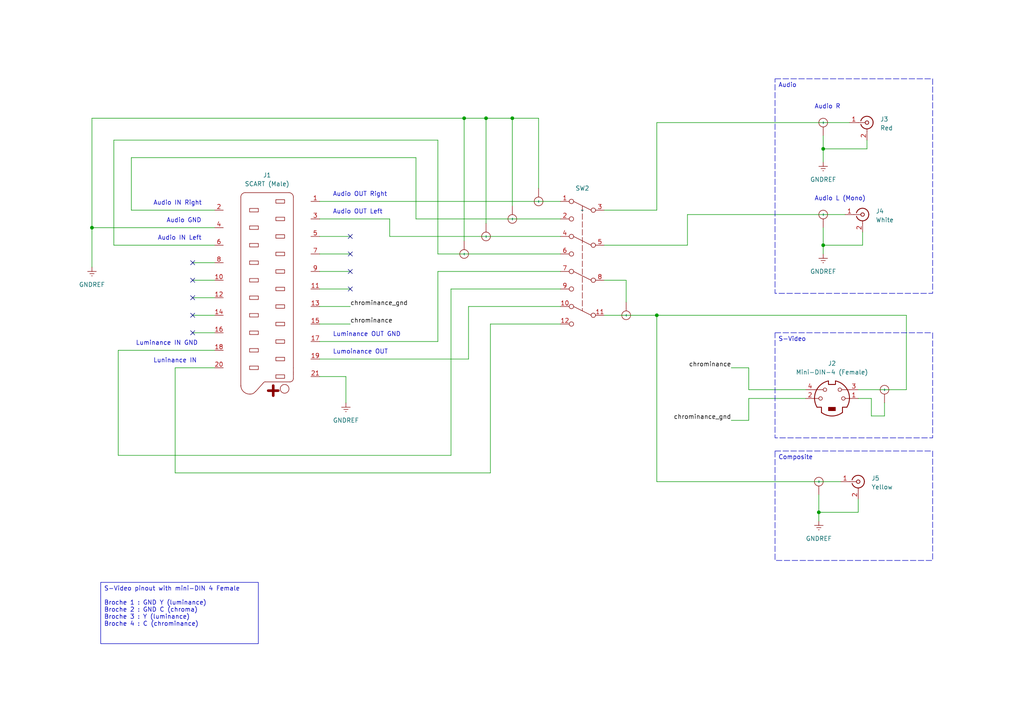
<source format=kicad_sch>
(kicad_sch (version 20231120) (generator "eeschema") (generator_version "8.0")
  (paper "A4")
  (title_block (title "SCART to S-Video adapter") (date "2023-12-18") (rev "1.0") (company "Cool Inc."))
  (lib_symbols
    (symbol "Connector:Conn_Coaxial" (pin_names (offset 1.016) hide)
      (property "Reference" "J" (at 0.254 3.048 0))
      (property "Value" "Conn_Coaxial" (at 2.921 0 90))
      (symbol "Conn_Coaxial_0_1"
        (arc (start -1.778 -0.508) (mid 0.2311 -1.8066) (end 1.778 0) (stroke (width 0.254)))
        (polyline (pts (xy -2.54 0) (xy -0.508 0)))
        (polyline (pts (xy 0 -2.54) (xy 0 -1.778)))
        (circle (center 0 0) (radius 0.508) (stroke (width 0.2032)))
        (arc (start 1.778 0) (mid 0.2099 1.8101) (end -1.778 0.508) (stroke (width 0.254)))
      )
      (symbol "Conn_Coaxial_1_1"
        (pin passive line (at -5.08 0 0) (length 2.54) (name "In") (number "1"))
        (pin passive line (at 0 -5.08 90) (length 2.54) (name "Ext") (number "2"))
      )
    )
    (symbol "Connector:Mini-DIN-4" (pin_names (offset 1.016))
      (property "Reference" "J" (at 0 6.35 0))
      (property "Value" "Mini-DIN-4" (at 0 -6.35 0))
      (symbol "Mini-DIN-4_0_1"
        (circle (center -3.302 0) (radius 0.508))
        (arc (start -3.048 -4.064) (mid 0 -5.08) (end 3.048 -4.064) (stroke (width 0.254)))
        (circle (center -2.032 2.54) (radius 0.508))
        (rectangle (start -1.016 -2.54) (end 1.016 -3.556) (fill (type outline)))
        (arc (start -1.016 5.08) (mid -4.6228 2.1214) (end -4.318 -2.54) (stroke (width 0.254)))
        (polyline (pts (xy -3.81 0) (xy -5.08 0)))
        (polyline (pts (xy -2.54 2.54) (xy -5.08 2.54)))
        (polyline (pts (xy 2.794 2.54) (xy 5.08 2.54)))
        (polyline (pts (xy 5.08 0) (xy 3.81 0)))
        (polyline (pts (xy -4.318 -2.54) (xy -3.048 -2.54) (xy -3.048 -4.064)) (stroke (width 0.254)))
        (polyline (pts (xy 4.318 -2.54) (xy 3.048 -2.54) (xy 3.048 -4.064)) (stroke (width 0.254)))
        (polyline (pts (xy -1.016 5.08) (xy -1.016 4.064) (xy 1.016 4.064) (xy 1.016 5.08)) (stroke (width 0.254)))
        (circle (center 2.286 2.54) (radius 0.508))
        (circle (center 3.302 0) (radius 0.508))
        (arc (start 4.318 -2.54) (mid 4.6661 2.1322) (end 1.016 5.08) (stroke (width 0.254)))
      )
      (symbol "Mini-DIN-4_1_1"
        (pin passive line (at 7.62 0 180) (length 2.54) (name "~") (number "1"))
        (pin passive line (at -7.62 0 0) (length 2.54) (name "~") (number "2"))
        (pin passive line (at 7.62 2.54 180) (length 2.54) (name "~") (number "3"))
        (pin passive line (at -7.62 2.54 0) (length 2.54) (name "~") (number "4"))
      )
    )
    (symbol "Connector:SCART-F" (pin_names (offset 0.762) hide)
      (property "Reference" "J" (at 0 31.75 0))
      (property "Value" "SCART-F" (at 1.016 -29.21 0))
      (symbol "SCART-F_0_1"
        (arc (start -7.62 -26.67) (mid -7.248 -27.568) (end -6.35 -27.94))
        (arc (start -6.604 26.9494) (mid -7.3224 26.6518) (end -7.62 25.9334))
        (rectangle (start -5.08 -24.892) (end -2.54 -25.908))
        (rectangle (start -5.08 -19.812) (end -2.54 -20.828))
        (rectangle (start -5.08 -14.732) (end -2.54 -15.748))
        (rectangle (start -5.08 -9.652) (end -2.54 -10.668))
        (rectangle (start -5.08 -4.572) (end -2.54 -5.588))
        (rectangle (start -5.08 0.508) (end -2.54 -0.508))
        (rectangle (start -5.08 5.588) (end -2.54 4.572))
        (rectangle (start -5.08 10.668) (end -2.54 9.652))
        (rectangle (start -5.08 15.748) (end -2.54 14.732))
        (rectangle (start -5.08 20.828) (end -2.54 19.812))
        (rectangle (start -5.08 25.908) (end -2.54 24.892))
        (circle (center -5.08 28.956) (radius 1.27))
        (polyline (pts (xy -7.62 22.86) (xy -7.62 -26.67)))
        (polyline (pts (xy -7.62 22.86) (xy -7.62 24.13)))
        (polyline (pts (xy -7.62 24.6634) (xy -7.62 24.13)))
        (polyline (pts (xy -7.62 24.6634) (xy -7.62 25.9334)))
        (polyline (pts (xy -6.604 26.9494) (xy 0.508 26.9494)))
        (polyline (pts (xy -6.35 -27.94) (xy 6.35 -27.94)))
        (polyline (pts (xy 3.302 29.718) (xy 1.27 27.432)))
        (polyline (pts (xy 4.826 30.48) (xy 5.08 30.48)))
        (polyline (pts (xy 7.62 -26.67) (xy 7.62 28.2194)))
        (arc (start 0.508 26.924) (mid 0.9569 27.0702) (end 1.2192 27.4574))
        (rectangle (start 2.54 -22.352) (end 5.08 -23.368))
        (rectangle (start 2.54 -17.272) (end 5.08 -18.288))
        (rectangle (start 2.54 -12.192) (end 5.08 -13.208))
        (rectangle (start 2.54 -7.112) (end 5.08 -8.128))
        (rectangle (start 2.54 -2.032) (end 5.08 -3.048))
        (rectangle (start 2.54 3.048) (end 5.08 2.032))
        (rectangle (start 2.54 8.128) (end 5.08 7.112))
        (rectangle (start 2.54 13.208) (end 5.08 12.192))
        (rectangle (start 2.54 18.288) (end 5.08 17.272))
        (rectangle (start 2.54 23.368) (end 5.08 22.352))
        (arc (start 4.826 30.48) (mid 3.999 30.2726) (end 3.3782 29.6926))
        (arc (start 6.35 -27.94) (mid 7.248 -27.568) (end 7.62 -26.67))
        (arc (start 7.62 27.94) (mid 6.8761 29.7361) (end 5.08 30.48))
        (text "+" (at -1.778 29.21 0) (effects (font (size 3.81 3.81) (bold yes))))
      )
      (symbol "SCART-F_1_1"
        (pin passive line (at -15.24 -25.4 0) (length 2.54) (name "P1") (number "1"))
        (pin passive line (at 15.24 -2.54 180) (length 2.54) (name "P10") (number "10"))
        (pin passive line (at -15.24 0 0) (length 2.54) (name "P11") (number "11"))
        (pin passive line (at 15.24 2.54 180) (length 2.54) (name "P12") (number "12"))
        (pin passive line (at -15.24 5.08 0) (length 2.54) (name "P13") (number "13"))
        (pin passive line (at 15.24 7.62 180) (length 2.54) (name "P14") (number "14"))
        (pin passive line (at -15.24 10.16 0) (length 2.54) (name "P15") (number "15"))
        (pin passive line (at 15.24 12.7 180) (length 2.54) (name "P16") (number "16"))
        (pin passive line (at -15.24 15.24 0) (length 2.54) (name "P17") (number "17"))
        (pin passive line (at 15.24 17.78 180) (length 2.54) (name "P18") (number "18"))
        (pin passive line (at -15.24 20.32 0) (length 2.54) (name "P19") (number "19"))
        (pin passive line (at 15.24 -22.86 180) (length 2.54) (name "P2") (number "2"))
        (pin passive line (at 15.24 22.86 180) (length 2.54) (name "P20") (number "20"))
        (pin passive line (at -15.24 25.4 0) (length 2.54) (name "P21") (number "21"))
        (pin passive line (at -15.24 -20.32 0) (length 2.54) (name "P3") (number "3"))
        (pin passive line (at 15.24 -17.78 180) (length 2.54) (name "P4") (number "4"))
        (pin passive line (at -15.24 -15.24 0) (length 2.54) (name "P5") (number "5"))
        (pin passive line (at 15.24 -12.7 180) (length 2.54) (name "P6") (number "6"))
        (pin passive line (at -15.24 -10.16 0) (length 2.54) (name "P7") (number "7"))
        (pin passive line (at 15.24 -7.62 180) (length 2.54) (name "P8") (number "8"))
        (pin passive line (at -15.24 -5.08 0) (length 2.54) (name "P9") (number "9"))
      )
    )
    (symbol "power:GNDREF" (power) (pin_names (offset 0))
      (property "Value" "GNDREF" (at 0 -3.81 0))
      (symbol "GNDREF_0_1"
        (polyline (pts (xy -0.635 -1.905) (xy 0.635 -1.905)))
        (polyline (pts (xy -0.127 -2.54) (xy 0.127 -2.54)))
        (polyline (pts (xy 0 -1.27) (xy 0 0)))
        (polyline (pts (xy 1.27 -1.27) (xy -1.27 -1.27)))
      )
      (symbol "GNDREF_1_1"
        (pin power_in line (at 0 0 270) (length 0) hide (name "GNDREF") (number "1"))
      )
    )
    (symbol "scart:SWITCH" (pin_names hide)
      (symbol "SWITCH_0_1"
        (circle (center -3.175 -33.02) (radius 0.635))
        (circle (center -3.175 -27.94) (radius 0.635))
        (circle (center -3.175 -22.86) (radius 0.635))
        (circle (center -3.175 -17.78) (radius 0.635))
        (circle (center -3.175 -12.7) (radius 0.635))
        (circle (center -3.175 -7.62) (radius 0.635))
        (circle (center -3.175 -2.54) (radius 0.635))
        (circle (center -3.175 2.54) (radius 0.635))
        (polyline (pts (xy -2.54 -27.94) (xy 2.54 -30.48)))
        (polyline (pts (xy -2.54 -17.78) (xy 2.54 -20.32)))
        (polyline (pts (xy -2.54 -7.62) (xy 2.54 -10.16)))
        (polyline (pts (xy -2.54 2.54) (xy 2.54 0)))
        (circle (center 3.175 -30.48) (radius 0.635))
        (circle (center 3.175 -20.32) (radius 0.635))
        (circle (center 3.175 -10.16) (radius 0.635))
        (circle (center 3.175 0) (radius 0.635))
      )
      (symbol "SWITCH_1_1"
        (polyline (pts (xy 0 1.27) (xy 0 -29.21)) (stroke (width 0) (type dash)))
        (pin passive line (at -6.35 2.54 0) (length 2.54) (name "A.1") (number "1"))
        (pin passive line (at -6.35 -27.94 0) (length 2.54) (name "D.1") (number "10"))
        (pin passive line (at 6.35 -30.48 180) (length 2.54) (name "D") (number "11"))
        (pin passive line (at -6.35 -33.02 0) (length 2.54) (name "D.2") (number "12"))
        (pin passive line (at -6.35 -2.54 0) (length 2.54) (name "A.2") (number "2"))
        (pin passive line (at 6.35 0 180) (length 2.54) (name "A") (number "3"))
        (pin passive line (at -6.35 -7.62 0) (length 2.54) (name "B.1") (number "4"))
        (pin passive line (at 6.35 -10.16 180) (length 2.54) (name "B") (number "5"))
        (pin passive line (at -6.35 -12.7 0) (length 2.54) (name "B.2") (number "6"))
        (pin passive line (at -6.35 -17.78 0) (length 2.54) (name "C.1") (number "7"))
        (pin passive line (at 6.35 -20.32 180) (length 2.54) (name "C") (number "8"))
        (pin passive line (at -6.35 -22.86 0) (length 2.54) (name "C.2") (number "9"))
      )
    )
    (symbol "scart:Shield" (pin_numbers hide) (pin_names (offset 0) hide) (in_bom no) (on_board no)
      (property "Reference" "S" (at 0 0 0))
      (symbol "Shield_0_1"
        (circle (center 0 0) (radius 1.27))
      )
      (symbol "Shield_1_1"
        (pin input line (at -3.81 0 0) (length 2.54) (name "S") (number ""))
      )
    )
  )
  (junction (at 148.59 34.29))
  (junction (at 237.49 148.59))
  (junction (at 238.76 43.18))
  (junction (at 26.67 66.04))
  (junction (at 134.62 34.29))
  (junction (at 140.97 34.29))
  (junction (at 190.5 91.44))
  (junction (at 238.76 71.12))
  (no_connect (at 55.88 86.36))
  (no_connect (at 101.6 83.82))
  (no_connect (at 101.6 73.66))
  (no_connect (at 101.6 78.74))
  (no_connect (at 55.88 76.2))
  (no_connect (at 55.88 96.52))
  (no_connect (at 55.88 81.28))
  (no_connect (at 55.88 91.44))
  (no_connect (at 101.6 68.58))
  (wire (pts (xy 92.71 78.74) (xy 101.6 78.74)))
  (wire (pts (xy 237.49 143.51) (xy 237.49 148.59)))
  (wire (pts (xy 92.71 99.06) (xy 127 99.06)))
  (wire (pts (xy 175.26 91.44) (xy 190.5 91.44)))
  (wire (pts (xy 212.09 106.68) (xy 217.17 106.68)))
  (wire (pts (xy 199.39 62.23) (xy 245.11 62.23)))
  (wire (pts (xy 217.17 115.57) (xy 233.68 115.57)))
  (wire (pts (xy 113.03 63.5) (xy 113.03 68.58)))
  (wire (pts (xy 175.26 60.96) (xy 190.5 60.96)))
  (wire (pts (xy 127 73.66) (xy 162.56 73.66)))
  (wire (pts (xy 175.26 81.28) (xy 181.61 81.28)))
  (wire (pts (xy 130.81 83.82) (xy 162.56 83.82)))
  (wire (pts (xy 190.5 91.44) (xy 262.89 91.44)))
  (wire (pts (xy 190.5 91.44) (xy 190.5 139.7)))
  (wire (pts (xy 55.88 81.28) (xy 62.23 81.28)))
  (wire (pts (xy 50.8 106.68) (xy 62.23 106.68)))
  (wire (pts (xy 55.88 76.2) (xy 62.23 76.2)))
  (wire (pts (xy 34.29 101.6) (xy 34.29 132.08)))
  (wire (pts (xy 217.17 106.68) (xy 217.17 113.03)))
  (wire (pts (xy 190.5 60.96) (xy 190.5 35.56)))
  (wire (pts (xy 251.46 43.18) (xy 251.46 40.64)))
  (wire (pts (xy 55.88 86.36) (xy 62.23 86.36)))
  (wire (pts (xy 55.88 91.44) (xy 62.23 91.44)))
  (wire (pts (xy 26.67 66.04) (xy 26.67 77.47)))
  (wire (pts (xy 26.67 34.29) (xy 134.62 34.29)))
  (wire (pts (xy 92.71 109.22) (xy 100.33 109.22)))
  (wire (pts (xy 140.97 34.29) (xy 140.97 64.77)))
  (wire (pts (xy 134.62 34.29) (xy 140.97 34.29)))
  (wire (pts (xy 34.29 132.08) (xy 130.81 132.08)))
  (wire (pts (xy 100.33 109.22) (xy 100.33 116.84)))
  (wire (pts (xy 148.59 34.29) (xy 156.21 34.29)))
  (wire (pts (xy 92.71 93.98) (xy 101.6 93.98)))
  (wire (pts (xy 148.59 34.29) (xy 148.59 59.69)))
  (wire (pts (xy 92.71 88.9) (xy 101.6 88.9)))
  (wire (pts (xy 142.24 137.16) (xy 142.24 93.98)))
  (wire (pts (xy 156.21 34.29) (xy 156.21 54.61)))
  (wire (pts (xy 120.65 63.5) (xy 162.56 63.5)))
  (wire (pts (xy 50.8 106.68) (xy 50.8 137.16)))
  (wire (pts (xy 38.1 60.96) (xy 38.1 45.72)))
  (wire (pts (xy 92.71 73.66) (xy 101.6 73.66)))
  (wire (pts (xy 92.71 68.58) (xy 101.6 68.58)))
  (wire (pts (xy 33.02 71.12) (xy 33.02 40.64)))
  (wire (pts (xy 142.24 93.98) (xy 162.56 93.98)))
  (wire (pts (xy 238.76 43.18) (xy 251.46 43.18)))
  (wire (pts (xy 50.8 137.16) (xy 142.24 137.16)))
  (wire (pts (xy 238.76 39.37) (xy 238.76 43.18)))
  (wire (pts (xy 127 40.64) (xy 127 73.66)))
  (wire (pts (xy 38.1 45.72) (xy 120.65 45.72)))
  (wire (pts (xy 34.29 101.6) (xy 62.23 101.6)))
  (wire (pts (xy 92.71 83.82) (xy 101.6 83.82)))
  (wire (pts (xy 135.89 88.9) (xy 162.56 88.9)))
  (wire (pts (xy 175.26 71.12) (xy 199.39 71.12)))
  (wire (pts (xy 135.89 104.14) (xy 135.89 88.9)))
  (wire (pts (xy 238.76 66.04) (xy 238.76 71.12)))
  (wire (pts (xy 190.5 139.7) (xy 243.84 139.7)))
  (wire (pts (xy 113.03 68.58) (xy 162.56 68.58)))
  (wire (pts (xy 92.71 104.14) (xy 135.89 104.14)))
  (wire (pts (xy 127 99.06) (xy 127 78.74)))
  (wire (pts (xy 238.76 43.18) (xy 238.76 46.99)))
  (wire (pts (xy 262.89 113.03) (xy 262.89 91.44)))
  (wire (pts (xy 238.76 71.12) (xy 238.76 73.66)))
  (wire (pts (xy 33.02 71.12) (xy 62.23 71.12)))
  (wire (pts (xy 252.73 115.57) (xy 252.73 120.65)))
  (wire (pts (xy 134.62 34.29) (xy 134.62 69.85)))
  (wire (pts (xy 256.54 120.65) (xy 256.54 116.84)))
  (wire (pts (xy 33.02 40.64) (xy 127 40.64)))
  (wire (pts (xy 130.81 132.08) (xy 130.81 83.82)))
  (wire (pts (xy 248.92 144.78) (xy 248.92 148.59)))
  (wire (pts (xy 181.61 81.28) (xy 181.61 87.63)))
  (wire (pts (xy 212.09 121.92) (xy 217.17 121.92)))
  (wire (pts (xy 248.92 113.03) (xy 262.89 113.03)))
  (wire (pts (xy 248.92 148.59) (xy 237.49 148.59)))
  (wire (pts (xy 199.39 71.12) (xy 199.39 62.23)))
  (wire (pts (xy 237.49 148.59) (xy 237.49 151.13)))
  (wire (pts (xy 38.1 60.96) (xy 62.23 60.96)))
  (wire (pts (xy 248.92 115.57) (xy 252.73 115.57)))
  (wire (pts (xy 250.19 67.31) (xy 250.19 71.12)))
  (wire (pts (xy 217.17 113.03) (xy 233.68 113.03)))
  (wire (pts (xy 92.71 63.5) (xy 113.03 63.5)))
  (wire (pts (xy 217.17 121.92) (xy 217.17 115.57)))
  (wire (pts (xy 252.73 120.65) (xy 256.54 120.65)))
  (wire (pts (xy 190.5 35.56) (xy 246.38 35.56)))
  (wire (pts (xy 140.97 34.29) (xy 148.59 34.29)))
  (wire (pts (xy 120.65 45.72) (xy 120.65 63.5)))
  (wire (pts (xy 26.67 66.04) (xy 26.67 34.29)))
  (wire (pts (xy 26.67 66.04) (xy 62.23 66.04)))
  (wire (pts (xy 250.19 71.12) (xy 238.76 71.12)))
  (wire (pts (xy 127 78.74) (xy 162.56 78.74)))
  (wire (pts (xy 55.88 96.52) (xy 62.23 96.52)))
  (wire (pts (xy 92.71 58.42) (xy 162.56 58.42)))
  (text_box "Composite" (at 224.79 130.81 0) (size 45.72 31.75) (stroke (width 0) (type dash)) (effects (font (size 1.27 1.27)) (justify left top)))
  (text_box "S-Video pinout with mini-DIN 4 Female\n\nBroche 1 : GND Y (luminance)\nBroche 2 : GND C (chroma)\nBroche 3 : Y (luminance)\nBroche 4 : C (chrominance)" (at 29.21 168.91 0) (size 45.72 17.78) (effects (font (size 1.27 1.27)) (justify left top)))
  (text_box "S-Video" (at 224.79 96.52 0) (size 45.72 30.48) (stroke (width 0) (type dash)) (effects (font (size 1.27 1.27)) (justify left top)))
  (text_box "Audio" (at 224.79 22.86 0) (size 45.72 62.23) (stroke (width 0) (type dash)) (effects (font (size 1.27 1.27)) (justify left top)))
  (text "Audio GND" (at 48.26 64.77 0) (effects (font (size 1.27 1.27)) (justify left bottom)))
  (text "Luminance IN GND" (at 39.37 100.33 0) (effects (font (size 1.27 1.27)) (justify left bottom)))
  (text "Audio IN Right" (at 44.45 59.69 0) (effects (font (size 1.27 1.27)) (justify left bottom)))
  (text "Luminance OUT GND" (at 96.52 97.79 0) (effects (font (size 1.27 1.27)) (justify left bottom)))
  (text "Luninance IN" (at 44.45 105.41 0) (effects (font (size 1.27 1.27)) (justify left bottom)))
  (text "Audio OUT Left" (at 96.52 62.23 0) (effects (font (size 1.27 1.27)) (justify left bottom)))
  (text "Lumoinance OUT" (at 96.52 102.87 0) (effects (font (size 1.27 1.27)) (justify left bottom)))
  (text "Audio R" (at 236.22 31.75 0) (effects (font (size 1.27 1.27)) (justify left bottom)))
  (text "Audio IN Left" (at 45.72 69.85 0) (effects (font (size 1.27 1.27)) (justify left bottom)))
  (text "Audio L (Mono)" (at 236.22 58.42 0) (effects (font (size 1.27 1.27)) (justify left bottom)))
  (text "Audio OUT Right" (at 96.52 57.15 0) (effects (font (size 1.27 1.27)) (justify left bottom)))
  (label "chrominance" (at 212.09 106.68 180))
  (label "chrominance_gnd" (at 212.09 121.92 180))
  (label "chrominance_gnd" (at 101.6 88.9 0))
  (label "chrominance" (at 101.6 93.98 0))
  (symbol (lib_id "Connector:Mini-DIN-4") (at 241.3 115.57 0) (unit 1)
    (property "Reference" "J2" (at 241.3177 105.41 0))
    (property "Value" "Mini-DIN-4 (Female)" (at 241.3177 107.95 0))
    (property "Datasheet" "http://service.powerdynamics.com/ec/Catalog17/Section%2011.pdf" (effects (hide yes)))
  )
  (symbol (lib_id "scart:Shield") (at 256.54 113.03 90) (unit 1) (in_bom no) (on_board no)
    (property "Reference" "S9" (effects (hide yes)))
    (property "Value" "~" (at 256.54 113.03 0))
  )
  (symbol (lib_id "scart:Shield") (at 156.21 58.42 270) (unit 1) (in_bom no) (on_board no)
    (property "Reference" "S4" (effects (hide yes)))
    (property "Value" "~" (at 156.21 58.42 0))
  )
  (symbol (lib_id "Connector:Conn_Coaxial") (at 248.92 139.7 0) (unit 1)
    (property "Reference" "J5" (at 252.73 138.7232 0) (effects (justify left)))
    (property "Value" "Yellow" (at 252.73 141.2632 0) (effects (justify left)))
    (property "Datasheet" " ~" (effects (hide yes)))
  )
  (symbol (lib_id "power:GNDREF") (at 26.67 77.47 0) (unit 1)
    (property "Reference" "#PWR05" (effects (hide yes)))
    (property "Value" "GNDREF" (at 26.67 82.55 0))
  )
  (symbol (lib_id "scart:Shield") (at 238.76 35.56 90) (unit 1) (in_bom no) (on_board no)
    (property "Reference" "S1" (effects (hide yes)))
    (property "Value" "~" (at 238.76 35.56 0))
  )
  (symbol (lib_id "scart:Shield") (at 181.61 91.44 270) (unit 1) (in_bom no) (on_board no)
    (property "Reference" "S8" (effects (hide yes)))
    (property "Value" "~" (at 181.61 91.44 0))
  )
  (symbol (lib_id "Connector:SCART-F") (at 77.47 83.82 180) (unit 1)
    (property "Reference" "J1" (at 77.47 50.8 0))
    (property "Value" "SCART (Male)" (at 77.47 53.34 0))
    (property "Datasheet" " ~" (effects (hide yes)))
  )
  (symbol (lib_id "scart:Shield") (at 148.59 63.5 270) (unit 1) (in_bom no) (on_board no)
    (property "Reference" "S5" (effects (hide yes)))
    (property "Value" "~" (at 148.59 63.5 0))
  )
  (symbol (lib_id "scart:SWITCH") (at 168.91 60.96 0) (unit 1)
    (property "Reference" "SW2" (at 168.91 54.61 0))
    (property "Value" "~" (at 168.91 60.96 0))
  )
  (symbol (lib_id "Connector:Conn_Coaxial") (at 251.46 35.56 0) (unit 1)
    (property "Reference" "J3" (at 255.27 34.5832 0) (effects (justify left)))
    (property "Value" "Red" (at 255.27 37.1232 0) (effects (justify left)))
    (property "Datasheet" " ~" (effects (hide yes)))
  )
  (symbol (lib_id "power:GNDREF") (at 238.76 46.99 0) (unit 1)
    (property "Reference" "#PWR02" (effects (hide yes)))
    (property "Value" "GNDREF" (at 238.76 52.07 0))
  )
  (symbol (lib_id "scart:Shield") (at 140.97 68.58 270) (unit 1) (in_bom no) (on_board no)
    (property "Reference" "S6" (effects (hide yes)))
    (property "Value" "~" (at 140.97 68.58 0))
  )
  (symbol (lib_id "scart:Shield") (at 237.49 139.7 90) (unit 1) (in_bom no) (on_board no)
    (property "Reference" "S3" (effects (hide yes)))
    (property "Value" "~" (at 237.49 139.7 0))
  )
  (symbol (lib_id "scart:Shield") (at 238.76 62.23 90) (unit 1) (in_bom no) (on_board no)
    (property "Reference" "S2" (effects (hide yes)))
    (property "Value" "~" (at 238.76 62.23 0))
  )
  (symbol (lib_id "power:GNDREF") (at 238.76 73.66 0) (unit 1)
    (property "Reference" "#PWR03" (effects (hide yes)))
    (property "Value" "GNDREF" (at 238.76 78.74 0))
  )
  (symbol (lib_id "power:GNDREF") (at 237.49 151.13 0) (unit 1)
    (property "Reference" "#PWR04" (effects (hide yes)))
    (property "Value" "GNDREF" (at 237.49 156.21 0))
  )
  (symbol (lib_id "scart:Shield") (at 134.62 73.66 270) (unit 1) (in_bom no) (on_board no)
    (property "Reference" "S7" (effects (hide yes)))
    (property "Value" "~" (at 134.62 73.66 0))
  )
  (symbol (lib_id "power:GNDREF") (at 100.33 116.84 0) (unit 1)
    (property "Reference" "#PWR01" (effects (hide yes)))
    (property "Value" "GNDREF" (at 100.33 121.92 0))
  )
  (symbol (lib_id "Connector:Conn_Coaxial") (at 250.19 62.23 0) (unit 1)
    (property "Reference" "J4" (at 254 61.2532 0) (effects (justify left)))
    (property "Value" "White" (at 254 63.7932 0) (effects (justify left)))
    (property "Datasheet" " ~" (effects (hide yes)))
  )
)
</source>
